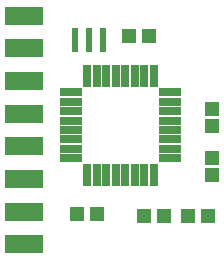
<source format=gts>
G04 DipTrace 3.3.1.1*
G04 TopMask.gts*
%MOIN*%
G04 #@! TF.FileFunction,Soldermask,Top*
G04 #@! TF.Part,Single*
%ADD36R,0.023622X0.082677*%
%ADD40R,0.074803X0.027559*%
%ADD42R,0.027559X0.074803*%
%ADD46R,0.047244X0.051181*%
%ADD48R,0.125984X0.062374*%
%ADD52R,0.051181X0.047244*%
%FSLAX26Y26*%
G04*
G70*
G90*
G75*
G01*
G04 TopMask*
%LPD*%
D52*
X806201Y1118701D3*
X873130D3*
X631201Y524950D3*
X698130D3*
D48*
X456201Y424951D3*
Y533951D3*
Y642951D3*
Y751951D3*
Y860951D3*
Y969951D3*
Y1078951D3*
X456251Y1187991D3*
D52*
X1068701Y518701D3*
X1001772D3*
X856201D3*
X923130D3*
D46*
X1081201Y656201D3*
Y712450D3*
Y874951D3*
Y820521D3*
D42*
X887451Y987450D3*
X855955D3*
X824459D3*
X792963D3*
X761467D3*
X729971D3*
X698475D3*
X666979D3*
D40*
X611861Y932332D3*
Y900836D3*
Y869340D3*
Y837844D3*
Y806348D3*
Y774852D3*
Y743356D3*
Y711860D3*
D42*
X666979Y656741D3*
X698475D3*
X729971D3*
X761467D3*
X792963D3*
X824459D3*
X855955D3*
X887451D3*
D40*
X942570Y711860D3*
Y743356D3*
Y774852D3*
Y806348D3*
Y837844D3*
Y869340D3*
Y900836D3*
Y932332D3*
D36*
X718701Y1106201D3*
X671457D3*
X624213D3*
M02*

</source>
